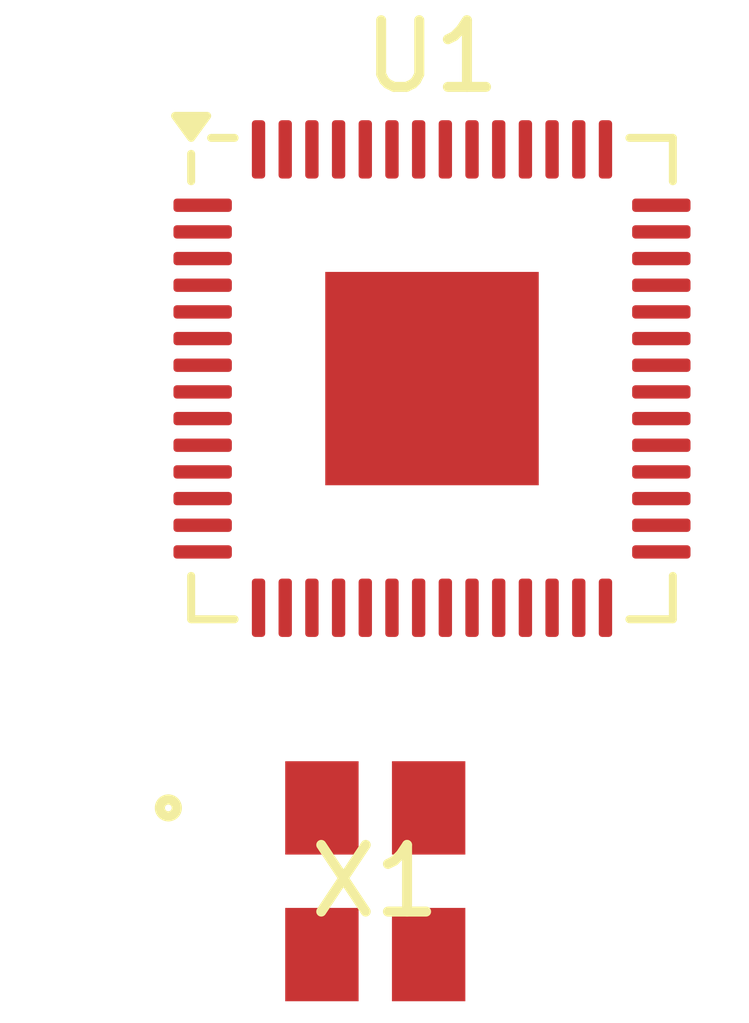
<source format=kicad_pcb>
(kicad_pcb (version 20240108) (generator "pcbnew") (generator_version "8.0")
  (layers (0 "F.Cu" signal) (31 "B.Cu" signal) (34 "B.Paste" user) (35 "F.Paste" user) (36 "B.SilkS" user "B.Silkscreen") (37 "F.SilkS" user "F.Silkscreen") (38 "B.Mask" user) (39 "F.Mask" user) (44 "Edge.Cuts" user))
  (net 0 "")
  (net 1 "USB_DP")
  (net 5 "USB_DN")
  (net 6 "USB_VBUS")
  (net 10 "Net-(U1-RUN)")
  (net 11 "BTN_COL2")
  (net 12 "BTN_COL3")
  (net 13 "XOUT")
  (net 15 "GND")
  (net 21 "Net-(U1-IOVDD-Pad1)")
  (net 22 "BTN_ROW2")
  (net 24 "BTN_ROW3")
  (net 27 "BTN_ROW4")
  (net 31 "XIN")
  (net 32 "BTN_ROW1")
  (net 43 "BTN_COL1")
  (net 51 "Net-(C2-Pad2)")
  (footprint "Package_DFN_QFN:QFN-56-1EP_7x7mm_P0.4mm_EP3.2x3.2mm" (layer "F.Cu") (at 160.950199 129.6608)
    (property "Reference" "U1" (at 0 -4.83 0) (layer "F.SilkS"))
    (property "Value" "RP2040")
    (fp_line (start -3.61 -2.96) (end -3.61 -3.37) (stroke (width 0.12)) (layer "F.SilkS"))
    (fp_line (start -3.61 3.61) (end -3.61 2.96) (stroke (width 0.12)) (layer "F.SilkS"))
    (fp_line (start -2.96 -3.61) (end -3.31 -3.61) (stroke (width 0.12)) (layer "F.SilkS"))
    (fp_line (start -2.96 3.61) (end -3.61 3.61) (stroke (width 0.12)) (layer "F.SilkS"))
    (fp_line (start 2.96 -3.61) (end 3.61 -3.61) (stroke (width 0.12)) (layer "F.SilkS"))
    (fp_line (start 2.96 3.61) (end 3.61 3.61) (stroke (width 0.12)) (layer "F.SilkS"))
    (fp_line (start 3.61 -3.61) (end 3.61 -2.96) (stroke (width 0.12)) (layer "F.SilkS"))
    (fp_line (start 3.61 3.61) (end 3.61 2.96) (stroke (width 0.12)) (layer "F.SilkS"))
    (fp_poly (pts (xy -3.61 -3.61) (xy -3.85 -3.94) (xy -3.37 -3.94) (xy -3.61 -3.61)) (stroke (width 0.12)) (fill solid) (layer "F.SilkS"))
    (pad "1" smd roundrect (at -3.4375 -2.6) (size 0.875 0.2) (layers "F.Cu" "F.Paste" "F.Mask") (net 21 "Net-(U1-IOVDD-Pad1)"))
    (pad "2" smd roundrect (at -3.4375 -2.2) (size 0.875 0.2) (layers "F.Cu" "F.Paste" "F.Mask"))
    (pad "3" smd roundrect (at -3.4375 -1.8) (size 0.875 0.2) (layers "F.Cu" "F.Paste" "F.Mask"))
    (pad "4" smd roundrect (at -3.4375 -1.4) (size 0.875 0.2) (layers "F.Cu" "F.Paste" "F.Mask"))
    (pad "5" smd roundrect (at -3.4375 -1) (size 0.875 0.2) (layers "F.Cu" "F.Paste" "F.Mask"))
    (pad "6" smd roundrect (at -3.4375 -0.6) (size 0.875 0.2) (layers "F.Cu" "F.Paste" "F.Mask"))
    (pad "7" smd roundrect (at -3.4375 -0.2) (size 0.875 0.2) (layers "F.Cu" "F.Paste" "F.Mask"))
    (pad "8" smd roundrect (at -3.4375 0.2) (size 0.875 0.2) (layers "F.Cu" "F.Paste" "F.Mask"))
    (pad "9" smd roundrect (at -3.4375 0.6) (size 0.875 0.2) (layers "F.Cu" "F.Paste" "F.Mask") (net 32 "BTN_ROW1"))
    (pad "10" smd roundrect (at -3.4375 1) (size 0.875 0.2) (layers "F.Cu" "F.Paste" "F.Mask") (net 21 "Net-(U1-IOVDD-Pad1)"))
    (pad "11" smd roundrect (at -3.4375 1.4) (size 0.875 0.2) (layers "F.Cu" "F.Paste" "F.Mask") (net 22 "BTN_ROW2"))
    (pad "12" smd roundrect (at -3.4375 1.8) (size 0.875 0.2) (layers "F.Cu" "F.Paste" "F.Mask") (net 24 "BTN_ROW3"))
    (pad "13" smd roundrect (at -3.4375 2.2) (size 0.875 0.2) (layers "F.Cu" "F.Paste" "F.Mask") (net 27 "BTN_ROW4"))
    (pad "14" smd roundrect (at -3.4375 2.6) (size 0.875 0.2) (layers "F.Cu" "F.Paste" "F.Mask") (net 43 "BTN_COL1"))
    (pad "15" smd roundrect (at -2.6 3.4375) (size 0.2 0.875) (layers "F.Cu" "F.Paste" "F.Mask") (net 11 "BTN_COL2"))
    (pad "16" smd roundrect (at -2.2 3.4375) (size 0.2 0.875) (layers "F.Cu" "F.Paste" "F.Mask") (net 12 "BTN_COL3"))
    (pad "17" smd roundrect (at -1.8 3.4375) (size 0.2 0.875) (layers "F.Cu" "F.Paste" "F.Mask"))
    (pad "18" smd roundrect (at -1.4 3.4375) (size 0.2 0.875) (layers "F.Cu" "F.Paste" "F.Mask"))
    (pad "19" smd roundrect (at -1 3.4375) (size 0.2 0.875) (layers "F.Cu" "F.Paste" "F.Mask") (net 15 "GND"))
    (pad "20" smd roundrect (at -0.6 3.4375) (size 0.2 0.875) (layers "F.Cu" "F.Paste" "F.Mask") (net 31 "XIN"))
    (pad "21" smd roundrect (at -0.2 3.4375) (size 0.2 0.875) (layers "F.Cu" "F.Paste" "F.Mask") (net 13 "XOUT"))
    (pad "22" smd roundrect (at 0.2 3.4375) (size 0.2 0.875) (layers "F.Cu" "F.Paste" "F.Mask") (net 21 "Net-(U1-IOVDD-Pad1)"))
    (pad "23" smd roundrect (at 0.6 3.4375) (size 0.2 0.875) (layers "F.Cu" "F.Paste" "F.Mask") (net 6 "USB_VBUS"))
    (pad "24" smd roundrect (at 1 3.4375) (size 0.2 0.875) (layers "F.Cu" "F.Paste" "F.Mask"))
    (pad "25" smd roundrect (at 1.4 3.4375) (size 0.2 0.875) (layers "F.Cu" "F.Paste" "F.Mask"))
    (pad "26" smd roundrect (at 1.8 3.4375) (size 0.2 0.875) (layers "F.Cu" "F.Paste" "F.Mask") (net 10 "Net-(U1-RUN)"))
    (pad "27" smd roundrect (at 2.2 3.4375) (size 0.2 0.875) (layers "F.Cu" "F.Paste" "F.Mask"))
    (pad "28" smd roundrect (at 2.6 3.4375) (size 0.2 0.875) (layers "F.Cu" "F.Paste" "F.Mask"))
    (pad "29" smd roundrect (at 3.4375 2.6) (size 0.875 0.2) (layers "F.Cu" "F.Paste" "F.Mask"))
    (pad "30" smd roundrect (at 3.4375 2.2) (size 0.875 0.2) (layers "F.Cu" "F.Paste" "F.Mask"))
    (pad "31" smd roundrect (at 3.4375 1.8) (size 0.875 0.2) (layers "F.Cu" "F.Paste" "F.Mask"))
    (pad "32" smd roundrect (at 3.4375 1.4) (size 0.875 0.2) (layers "F.Cu" "F.Paste" "F.Mask"))
    (pad "33" smd roundrect (at 3.4375 1) (size 0.875 0.2) (layers "F.Cu" "F.Paste" "F.Mask") (net 21 "Net-(U1-IOVDD-Pad1)"))
    (pad "34" smd roundrect (at 3.4375 0.6) (size 0.875 0.2) (layers "F.Cu" "F.Paste" "F.Mask"))
    (pad "35" smd roundrect (at 3.4375 0.2) (size 0.875 0.2) (layers "F.Cu" "F.Paste" "F.Mask"))
    (pad "36" smd roundrect (at 3.4375 -0.2) (size 0.875 0.2) (layers "F.Cu" "F.Paste" "F.Mask"))
    (pad "37" smd roundrect (at 3.4375 -0.6) (size 0.875 0.2) (layers "F.Cu" "F.Paste" "F.Mask"))
    (pad "38" smd roundrect (at 3.4375 -1) (size 0.875 0.2) (layers "F.Cu" "F.Paste" "F.Mask"))
    (pad "39" smd roundrect (at 3.4375 -1.4) (size 0.875 0.2) (layers "F.Cu" "F.Paste" "F.Mask"))
    (pad "40" smd roundrect (at 3.4375 -1.8) (size 0.875 0.2) (layers "F.Cu" "F.Paste" "F.Mask"))
    (pad "41" smd roundrect (at 3.4375 -2.2) (size 0.875 0.2) (layers "F.Cu" "F.Paste" "F.Mask"))
    (pad "42" smd roundrect (at 3.4375 -2.6) (size 0.875 0.2) (layers "F.Cu" "F.Paste" "F.Mask") (net 21 "Net-(U1-IOVDD-Pad1)"))
    (pad "43" smd roundrect (at 2.6 -3.4375) (size 0.2 0.875) (layers "F.Cu" "F.Paste" "F.Mask"))
    (pad "44" smd roundrect (at 2.2 -3.4375) (size 0.2 0.875) (layers "F.Cu" "F.Paste" "F.Mask"))
    (pad "45" smd roundrect (at 1.8 -3.4375) (size 0.2 0.875) (layers "F.Cu" "F.Paste" "F.Mask"))
    (pad "46" smd roundrect (at 1.4 -3.4375) (size 0.2 0.875) (layers "F.Cu" "F.Paste" "F.Mask") (net 5 "USB_DN"))
    (pad "47" smd roundrect (at 1 -3.4375) (size 0.2 0.875) (layers "F.Cu" "F.Paste" "F.Mask") (net 1 "USB_DP"))
    (pad "48" smd roundrect (at 0.6 -3.4375) (size 0.2 0.875) (layers "F.Cu" "F.Paste" "F.Mask"))
    (pad "49" smd roundrect (at 0.2 -3.4375) (size 0.2 0.875) (layers "F.Cu" "F.Paste" "F.Mask") (net 21 "Net-(U1-IOVDD-Pad1)"))
    (pad "50" smd roundrect (at -0.2 -3.4375) (size 0.2 0.875) (layers "F.Cu" "F.Paste" "F.Mask") (net 6 "USB_VBUS"))
    (pad "51" smd roundrect (at -0.6 -3.4375) (size 0.2 0.875) (layers "F.Cu" "F.Paste" "F.Mask"))
    (pad "52" smd roundrect (at -1 -3.4375) (size 0.2 0.875) (layers "F.Cu" "F.Paste" "F.Mask"))
    (pad "53" smd roundrect (at -1.4 -3.4375) (size 0.2 0.875) (layers "F.Cu" "F.Paste" "F.Mask"))
    (pad "54" smd roundrect (at -1.8 -3.4375) (size 0.2 0.875) (layers "F.Cu" "F.Paste" "F.Mask"))
    (pad "55" smd roundrect (at -2.2 -3.4375) (size 0.2 0.875) (layers "F.Cu" "F.Paste" "F.Mask"))
    (pad "56" smd roundrect (at -2.6 -3.4375) (size 0.2 0.875) (layers "F.Cu" "F.Paste" "F.Mask"))
    (pad "57" smd rect (at 0 0) (size 3.2 3.2) (property pad_prop_heatsink) (layers "F.Cu" "F.Mask") (net 15 "GND"))
  )
  (footprint "custom:ABM8-272-T3_ABR" (layer "F.Cu") (at 160.099999 137.2)
    (property "Reference" "X1" (at 0 0 0) (layer "F.SilkS"))
    (property "Value" "ABM8-272-T3")
    (fp_circle (center -3.1016 -1.1) (end -2.9746 -1.1) (stroke (width 0.1524)) (fill none) (layer "F.SilkS"))
    (pad "1" smd rect (at -0.800001 -1.1) (size 1.1 1.4) (layers "F.Cu" "F.Paste" "F.Mask") (net 31 "XIN"))
    (pad "2" smd rect (at -0.800001 1.1) (size 1.1 1.4) (layers "F.Cu" "F.Paste" "F.Mask") (net 15 "GND"))
    (pad "3" smd rect (at 0.800001 1.1) (size 1.1 1.4) (layers "F.Cu" "F.Paste" "F.Mask") (net 51 "Net-(C2-Pad2)"))
    (pad "4" smd rect (at 0.800001 -1.1) (size 1.1 1.4) (layers "F.Cu" "F.Paste" "F.Mask") (net 15 "GND"))
  )
)
</source>
